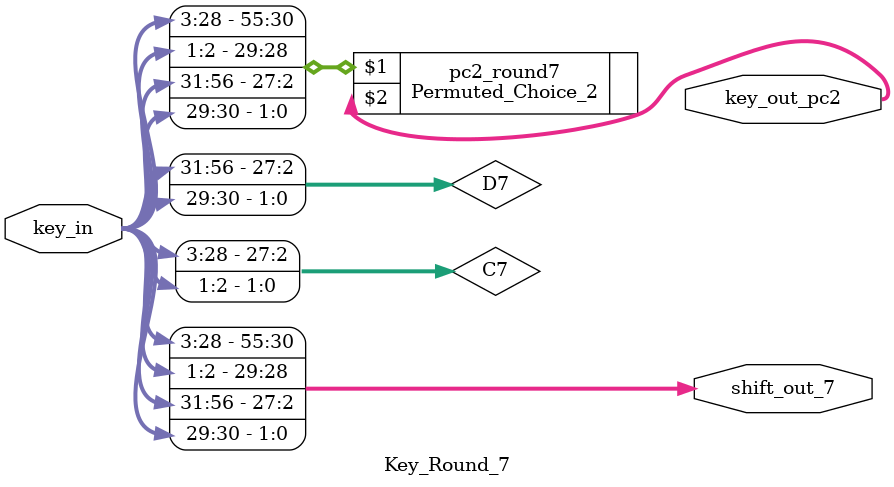
<source format=v>
`timescale 1ns / 1ps
module Key_Round_7(
    input [1:56] key_in,
    output [1:56] shift_out_7,
    output [1:48] key_out_pc2
    );

wire [1:28] C7,D7;
assign C7={key_in[3:28],key_in[1:2]};
assign D7={key_in[31:56],key_in[29:30]};
assign shift_out_7={C7,D7};

Permuted_Choice_2 pc2_round7(shift_out_7, key_out_pc2);
endmodule

</source>
